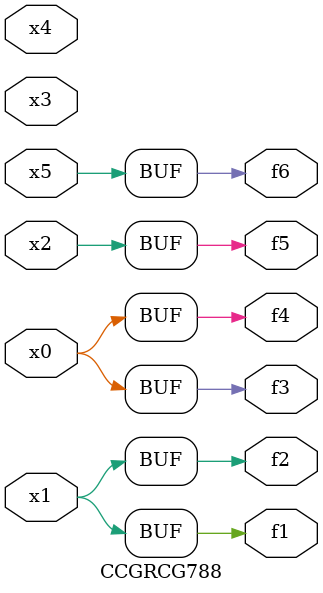
<source format=v>
module CCGRCG788(
	input x0, x1, x2, x3, x4, x5,
	output f1, f2, f3, f4, f5, f6
);
	assign f1 = x1;
	assign f2 = x1;
	assign f3 = x0;
	assign f4 = x0;
	assign f5 = x2;
	assign f6 = x5;
endmodule

</source>
